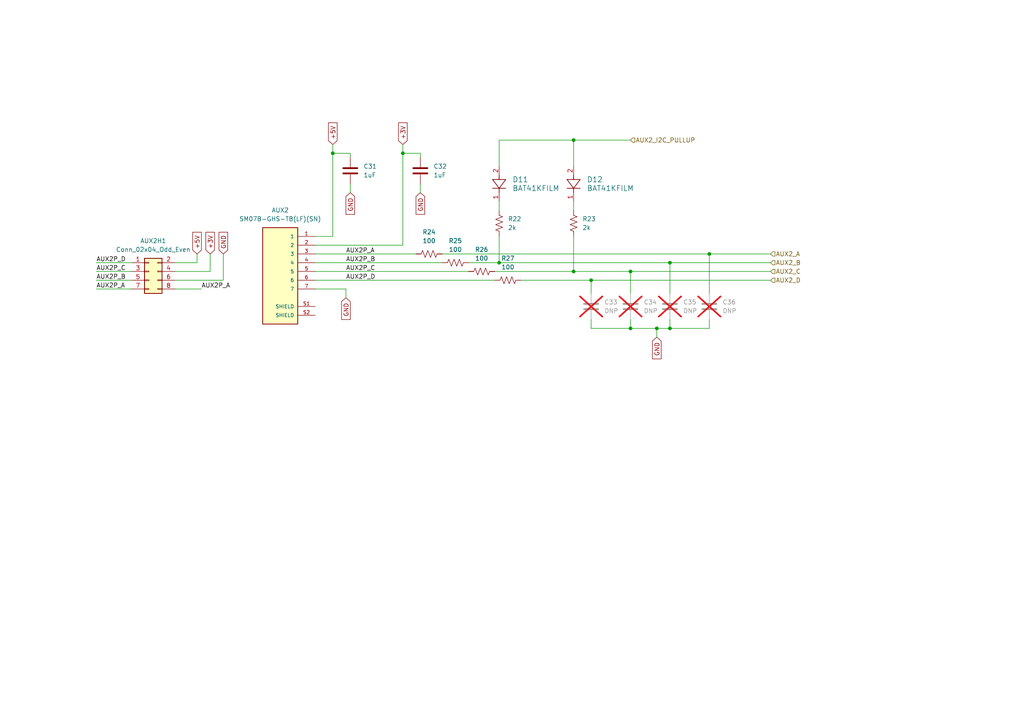
<source format=kicad_sch>
(kicad_sch (version 20230121) (generator eeschema)

  (uuid 70ca5df5-c0a3-44e4-9cb8-9595daa039e9)

  (paper "A4")

  (title_block
    (title "moteus-c1")
    (rev "1.1")
  )

  (lib_symbols
    (symbol "Connector_Generic:Conn_02x04_Odd_Even" (pin_names (offset 1.016) hide) (in_bom yes) (on_board yes)
      (property "Reference" "J" (at 1.27 5.08 0)
        (effects (font (size 1.27 1.27)))
      )
      (property "Value" "Conn_02x04_Odd_Even" (at 1.27 -7.62 0)
        (effects (font (size 1.27 1.27)))
      )
      (property "Footprint" "" (at 0 0 0)
        (effects (font (size 1.27 1.27)) hide)
      )
      (property "Datasheet" "~" (at 0 0 0)
        (effects (font (size 1.27 1.27)) hide)
      )
      (property "ki_keywords" "connector" (at 0 0 0)
        (effects (font (size 1.27 1.27)) hide)
      )
      (property "ki_description" "Generic connector, double row, 02x04, odd/even pin numbering scheme (row 1 odd numbers, row 2 even numbers), script generated (kicad-library-utils/schlib/autogen/connector/)" (at 0 0 0)
        (effects (font (size 1.27 1.27)) hide)
      )
      (property "ki_fp_filters" "Connector*:*_2x??_*" (at 0 0 0)
        (effects (font (size 1.27 1.27)) hide)
      )
      (symbol "Conn_02x04_Odd_Even_1_1"
        (rectangle (start -1.27 -4.953) (end 0 -5.207)
          (stroke (width 0.1524) (type default))
          (fill (type none))
        )
        (rectangle (start -1.27 -2.413) (end 0 -2.667)
          (stroke (width 0.1524) (type default))
          (fill (type none))
        )
        (rectangle (start -1.27 0.127) (end 0 -0.127)
          (stroke (width 0.1524) (type default))
          (fill (type none))
        )
        (rectangle (start -1.27 2.667) (end 0 2.413)
          (stroke (width 0.1524) (type default))
          (fill (type none))
        )
        (rectangle (start -1.27 3.81) (end 3.81 -6.35)
          (stroke (width 0.254) (type default))
          (fill (type background))
        )
        (rectangle (start 3.81 -4.953) (end 2.54 -5.207)
          (stroke (width 0.1524) (type default))
          (fill (type none))
        )
        (rectangle (start 3.81 -2.413) (end 2.54 -2.667)
          (stroke (width 0.1524) (type default))
          (fill (type none))
        )
        (rectangle (start 3.81 0.127) (end 2.54 -0.127)
          (stroke (width 0.1524) (type default))
          (fill (type none))
        )
        (rectangle (start 3.81 2.667) (end 2.54 2.413)
          (stroke (width 0.1524) (type default))
          (fill (type none))
        )
        (pin passive line (at -5.08 2.54 0) (length 3.81)
          (name "Pin_1" (effects (font (size 1.27 1.27))))
          (number "1" (effects (font (size 1.27 1.27))))
        )
        (pin passive line (at 7.62 2.54 180) (length 3.81)
          (name "Pin_2" (effects (font (size 1.27 1.27))))
          (number "2" (effects (font (size 1.27 1.27))))
        )
        (pin passive line (at -5.08 0 0) (length 3.81)
          (name "Pin_3" (effects (font (size 1.27 1.27))))
          (number "3" (effects (font (size 1.27 1.27))))
        )
        (pin passive line (at 7.62 0 180) (length 3.81)
          (name "Pin_4" (effects (font (size 1.27 1.27))))
          (number "4" (effects (font (size 1.27 1.27))))
        )
        (pin passive line (at -5.08 -2.54 0) (length 3.81)
          (name "Pin_5" (effects (font (size 1.27 1.27))))
          (number "5" (effects (font (size 1.27 1.27))))
        )
        (pin passive line (at 7.62 -2.54 180) (length 3.81)
          (name "Pin_6" (effects (font (size 1.27 1.27))))
          (number "6" (effects (font (size 1.27 1.27))))
        )
        (pin passive line (at -5.08 -5.08 0) (length 3.81)
          (name "Pin_7" (effects (font (size 1.27 1.27))))
          (number "7" (effects (font (size 1.27 1.27))))
        )
        (pin passive line (at 7.62 -5.08 180) (length 3.81)
          (name "Pin_8" (effects (font (size 1.27 1.27))))
          (number "8" (effects (font (size 1.27 1.27))))
        )
      )
    )
    (symbol "Device:C" (pin_numbers hide) (pin_names (offset 0.254)) (in_bom yes) (on_board yes)
      (property "Reference" "C" (at 0.635 2.54 0)
        (effects (font (size 1.27 1.27)) (justify left))
      )
      (property "Value" "C" (at 0.635 -2.54 0)
        (effects (font (size 1.27 1.27)) (justify left))
      )
      (property "Footprint" "" (at 0.9652 -3.81 0)
        (effects (font (size 1.27 1.27)) hide)
      )
      (property "Datasheet" "~" (at 0 0 0)
        (effects (font (size 1.27 1.27)) hide)
      )
      (property "ki_keywords" "cap capacitor" (at 0 0 0)
        (effects (font (size 1.27 1.27)) hide)
      )
      (property "ki_description" "Unpolarized capacitor" (at 0 0 0)
        (effects (font (size 1.27 1.27)) hide)
      )
      (property "ki_fp_filters" "C_*" (at 0 0 0)
        (effects (font (size 1.27 1.27)) hide)
      )
      (symbol "C_0_1"
        (polyline
          (pts
            (xy -2.032 -0.762)
            (xy 2.032 -0.762)
          )
          (stroke (width 0.508) (type default))
          (fill (type none))
        )
        (polyline
          (pts
            (xy -2.032 0.762)
            (xy 2.032 0.762)
          )
          (stroke (width 0.508) (type default))
          (fill (type none))
        )
      )
      (symbol "C_1_1"
        (pin passive line (at 0 3.81 270) (length 2.794)
          (name "~" (effects (font (size 1.27 1.27))))
          (number "1" (effects (font (size 1.27 1.27))))
        )
        (pin passive line (at 0 -3.81 90) (length 2.794)
          (name "~" (effects (font (size 1.27 1.27))))
          (number "2" (effects (font (size 1.27 1.27))))
        )
      )
    )
    (symbol "Device:R_US" (pin_numbers hide) (pin_names (offset 0)) (in_bom yes) (on_board yes)
      (property "Reference" "R" (at 2.54 0 90)
        (effects (font (size 1.27 1.27)))
      )
      (property "Value" "R_US" (at -2.54 0 90)
        (effects (font (size 1.27 1.27)))
      )
      (property "Footprint" "" (at 1.016 -0.254 90)
        (effects (font (size 1.27 1.27)) hide)
      )
      (property "Datasheet" "~" (at 0 0 0)
        (effects (font (size 1.27 1.27)) hide)
      )
      (property "ki_keywords" "R res resistor" (at 0 0 0)
        (effects (font (size 1.27 1.27)) hide)
      )
      (property "ki_description" "Resistor, US symbol" (at 0 0 0)
        (effects (font (size 1.27 1.27)) hide)
      )
      (property "ki_fp_filters" "R_*" (at 0 0 0)
        (effects (font (size 1.27 1.27)) hide)
      )
      (symbol "R_US_0_1"
        (polyline
          (pts
            (xy 0 -2.286)
            (xy 0 -2.54)
          )
          (stroke (width 0) (type default))
          (fill (type none))
        )
        (polyline
          (pts
            (xy 0 2.286)
            (xy 0 2.54)
          )
          (stroke (width 0) (type default))
          (fill (type none))
        )
        (polyline
          (pts
            (xy 0 -0.762)
            (xy 1.016 -1.143)
            (xy 0 -1.524)
            (xy -1.016 -1.905)
            (xy 0 -2.286)
          )
          (stroke (width 0) (type default))
          (fill (type none))
        )
        (polyline
          (pts
            (xy 0 0.762)
            (xy 1.016 0.381)
            (xy 0 0)
            (xy -1.016 -0.381)
            (xy 0 -0.762)
          )
          (stroke (width 0) (type default))
          (fill (type none))
        )
        (polyline
          (pts
            (xy 0 2.286)
            (xy 1.016 1.905)
            (xy 0 1.524)
            (xy -1.016 1.143)
            (xy 0 0.762)
          )
          (stroke (width 0) (type default))
          (fill (type none))
        )
      )
      (symbol "R_US_1_1"
        (pin passive line (at 0 3.81 270) (length 1.27)
          (name "~" (effects (font (size 1.27 1.27))))
          (number "1" (effects (font (size 1.27 1.27))))
        )
        (pin passive line (at 0 -3.81 90) (length 1.27)
          (name "~" (effects (font (size 1.27 1.27))))
          (number "2" (effects (font (size 1.27 1.27))))
        )
      )
    )
    (symbol "moteus:BAT41KFILM" (pin_names (offset 0.254)) (in_bom yes) (on_board yes)
      (property "Reference" "CR" (at 5.08 4.445 0)
        (effects (font (size 1.524 1.524)))
      )
      (property "Value" "BAT41KFILM" (at 5.08 -3.81 0)
        (effects (font (size 1.524 1.524)))
      )
      (property "Footprint" "SOD-523_STM" (at 0 0 0)
        (effects (font (size 1.27 1.27) italic) hide)
      )
      (property "Datasheet" "BAT41KFILM" (at 0 0 0)
        (effects (font (size 1.27 1.27) italic) hide)
      )
      (property "ki_locked" "" (at 0 0 0)
        (effects (font (size 1.27 1.27)))
      )
      (property "ki_keywords" "BAT41KFILM" (at 0 0 0)
        (effects (font (size 1.27 1.27)) hide)
      )
      (property "ki_fp_filters" "SOD-523_STM SOD-523_STM-M SOD-523_STM-L" (at 0 0 0)
        (effects (font (size 1.27 1.27)) hide)
      )
      (symbol "BAT41KFILM_1_1"
        (polyline
          (pts
            (xy 2.54 0)
            (xy 3.4798 0)
          )
          (stroke (width 0.2032) (type default))
          (fill (type none))
        )
        (polyline
          (pts
            (xy 3.175 0)
            (xy 3.81 0)
          )
          (stroke (width 0.2032) (type default))
          (fill (type none))
        )
        (polyline
          (pts
            (xy 3.81 -1.905)
            (xy 6.35 0)
          )
          (stroke (width 0.2032) (type default))
          (fill (type none))
        )
        (polyline
          (pts
            (xy 3.81 1.905)
            (xy 3.81 -1.905)
          )
          (stroke (width 0.2032) (type default))
          (fill (type none))
        )
        (polyline
          (pts
            (xy 6.35 -1.905)
            (xy 6.35 1.905)
          )
          (stroke (width 0.2032) (type default))
          (fill (type none))
        )
        (polyline
          (pts
            (xy 6.35 0)
            (xy 3.81 1.905)
          )
          (stroke (width 0.2032) (type default))
          (fill (type none))
        )
        (polyline
          (pts
            (xy 6.35 0)
            (xy 7.62 0)
          )
          (stroke (width 0.2032) (type default))
          (fill (type none))
        )
        (pin unspecified line (at 10.16 0 180) (length 2.54)
          (name "" (effects (font (size 1.27 1.27))))
          (number "1" (effects (font (size 1.27 1.27))))
        )
        (pin unspecified line (at 0 0 0) (length 2.54)
          (name "" (effects (font (size 1.27 1.27))))
          (number "2" (effects (font (size 1.27 1.27))))
        )
      )
      (symbol "BAT41KFILM_1_2"
        (polyline
          (pts
            (xy -1.905 3.81)
            (xy 1.905 3.81)
          )
          (stroke (width 0.2032) (type default))
          (fill (type none))
        )
        (polyline
          (pts
            (xy 0 2.54)
            (xy 0 3.4798)
          )
          (stroke (width 0.2032) (type default))
          (fill (type none))
        )
        (polyline
          (pts
            (xy 0 3.175)
            (xy 0 3.81)
          )
          (stroke (width 0.2032) (type default))
          (fill (type none))
        )
        (polyline
          (pts
            (xy 0 6.35)
            (xy -1.905 3.81)
          )
          (stroke (width 0.2032) (type default))
          (fill (type none))
        )
        (polyline
          (pts
            (xy 0 6.35)
            (xy 0 7.62)
          )
          (stroke (width 0.2032) (type default))
          (fill (type none))
        )
        (polyline
          (pts
            (xy 1.905 3.81)
            (xy 0 6.35)
          )
          (stroke (width 0.2032) (type default))
          (fill (type none))
        )
        (polyline
          (pts
            (xy 1.905 6.35)
            (xy -1.905 6.35)
          )
          (stroke (width 0.2032) (type default))
          (fill (type none))
        )
        (pin unspecified line (at 0 10.16 270) (length 2.54)
          (name "" (effects (font (size 1.27 1.27))))
          (number "1" (effects (font (size 1.27 1.27))))
        )
        (pin unspecified line (at 0 0 90) (length 2.54)
          (name "" (effects (font (size 1.27 1.27))))
          (number "2" (effects (font (size 1.27 1.27))))
        )
      )
    )
    (symbol "moteus:SM07B-GHS-TB(LF)(SN)" (pin_names (offset 1.016)) (in_bom yes) (on_board yes)
      (property "Reference" "J" (at -5.0839 13.2182 0)
        (effects (font (size 1.27 1.27)) (justify left bottom))
      )
      (property "Value" "SM07B-GHS-TB(LF)(SN)" (at -5.08 -17.78 0)
        (effects (font (size 1.27 1.27)) (justify left bottom))
      )
      (property "Footprint" "SM07B-GHS-TB(LF)(SN):JST_SM07B-GHS-TB(LF)(SN)" (at -25.4 25.4 0)
        (effects (font (size 1.27 1.27)) (justify bottom) hide)
      )
      (property "Datasheet" "" (at 0 0 0)
        (effects (font (size 1.27 1.27)) hide)
      )
      (property "DigiKey_Part_Number" "" (at 0 0 0)
        (effects (font (size 1.27 1.27)) (justify bottom) hide)
      )
      (property "SnapEDA_Link" "https://www.snapeda.com/parts/SM07B-GHS-TB(LF)(SN)/JST+Sales+America+Inc./view-part/?ref=snap" (at 0 16.51 0)
        (effects (font (size 1.27 1.27)) (justify bottom) hide)
      )
      (property "Description" "\nConnector Header Surface Mount, Right Angle 7 position 0.049 (1.25mm)\n" (at -15.24 22.86 0)
        (effects (font (size 1.27 1.27)) (justify bottom) hide)
      )
      (property "Package" "None" (at -48.26 33.02 0)
        (effects (font (size 1.27 1.27)) (justify bottom) hide)
      )
      (property "Check_prices" "https://www.snapeda.com/parts/SM07B-GHS-TB(LF)(SN)/JST+Sales+America+Inc./view-part/?ref=eda" (at 0 19.05 0)
        (effects (font (size 1.27 1.27)) (justify bottom) hide)
      )
      (property "STANDARD" "MANUFACTURER STANDARD" (at -38.1 27.94 0)
        (effects (font (size 1.27 1.27)) (justify bottom) hide)
      )
      (property "PARTREV" "NA" (at 0 0 0)
        (effects (font (size 1.27 1.27)) (justify bottom) hide)
      )
      (property "MF" "JST Sales" (at -45.72 35.56 0)
        (effects (font (size 1.27 1.27)) (justify bottom) hide)
      )
      (property "MP" "SM07B-GHS-TB(LF)(SN)" (at -38.1 30.48 0)
        (effects (font (size 1.27 1.27)) (justify bottom) hide)
      )
      (property "MANUFACTURER" "JST" (at 0 0 0)
        (effects (font (size 1.27 1.27)) (justify bottom) hide)
      )
      (symbol "SM07B-GHS-TB(LF)(SN)_0_0"
        (rectangle (start -5.08 12.7) (end 5.08 -15.24)
          (stroke (width 0.254) (type default))
          (fill (type background))
        )
        (pin passive line (at 10.16 10.16 180) (length 5.08)
          (name "1" (effects (font (size 1.016 1.016))))
          (number "1" (effects (font (size 1.016 1.016))))
        )
        (pin passive line (at 10.16 7.62 180) (length 5.08)
          (name "2" (effects (font (size 1.016 1.016))))
          (number "2" (effects (font (size 1.016 1.016))))
        )
        (pin passive line (at 10.16 5.08 180) (length 5.08)
          (name "3" (effects (font (size 1.016 1.016))))
          (number "3" (effects (font (size 1.016 1.016))))
        )
        (pin passive line (at 10.16 2.54 180) (length 5.08)
          (name "4" (effects (font (size 1.016 1.016))))
          (number "4" (effects (font (size 1.016 1.016))))
        )
        (pin passive line (at 10.16 0 180) (length 5.08)
          (name "5" (effects (font (size 1.016 1.016))))
          (number "5" (effects (font (size 1.016 1.016))))
        )
        (pin passive line (at 10.16 -2.54 180) (length 5.08)
          (name "6" (effects (font (size 1.016 1.016))))
          (number "6" (effects (font (size 1.016 1.016))))
        )
        (pin passive line (at 10.16 -5.08 180) (length 5.08)
          (name "7" (effects (font (size 1.016 1.016))))
          (number "7" (effects (font (size 1.016 1.016))))
        )
        (pin power_in line (at 10.16 -10.16 180) (length 5.08)
          (name "SHIELD" (effects (font (size 1.016 1.016))))
          (number "S1" (effects (font (size 1.016 1.016))))
        )
        (pin power_in line (at 10.16 -12.7 180) (length 5.08)
          (name "SHIELD" (effects (font (size 1.016 1.016))))
          (number "S2" (effects (font (size 1.016 1.016))))
        )
      )
    )
  )

  (junction (at 182.88 78.74) (diameter 0) (color 0 0 0 0)
    (uuid 03dcab6d-a713-4e5e-b104-ba308d4ba5b9)
  )
  (junction (at 144.78 76.2) (diameter 0) (color 0 0 0 0)
    (uuid 1ac3d72a-041c-436c-97e0-8329b0106042)
  )
  (junction (at 190.5 95.25) (diameter 0) (color 0 0 0 0)
    (uuid 370ad447-ffd0-4cab-ba24-998e028fae6a)
  )
  (junction (at 166.37 40.64) (diameter 0) (color 0 0 0 0)
    (uuid 3e805b1b-333d-43af-b787-a47a80d352cf)
  )
  (junction (at 96.52 44.45) (diameter 0) (color 0 0 0 0)
    (uuid 4059e49f-24d9-41fb-98aa-b15bf879a51c)
  )
  (junction (at 166.37 78.74) (diameter 0) (color 0 0 0 0)
    (uuid 47b55957-f248-470f-96e2-e93d460014a9)
  )
  (junction (at 171.45 81.28) (diameter 0) (color 0 0 0 0)
    (uuid 82827700-23bd-4140-9719-fee767230936)
  )
  (junction (at 194.31 95.25) (diameter 0) (color 0 0 0 0)
    (uuid 986ee1ca-1a77-4a6e-9235-e52b39dea724)
  )
  (junction (at 116.84 44.45) (diameter 0) (color 0 0 0 0)
    (uuid a7287cb2-08cc-4531-bf79-63bc92a93842)
  )
  (junction (at 182.88 95.25) (diameter 0) (color 0 0 0 0)
    (uuid d537d25e-035e-4f99-bcac-e7fd38efc862)
  )
  (junction (at 205.74 73.66) (diameter 0) (color 0 0 0 0)
    (uuid dc56bf98-6d05-4708-939a-2da3dcc14c26)
  )
  (junction (at 194.31 76.2) (diameter 0) (color 0 0 0 0)
    (uuid ea46a8a5-ccd2-4311-9231-4970edf4fb22)
  )

  (wire (pts (xy 116.84 71.12) (xy 91.44 71.12))
    (stroke (width 0) (type default))
    (uuid 005558b8-a5af-480f-a2b1-9f937c85f2c5)
  )
  (wire (pts (xy 27.94 81.28) (xy 38.1 81.28))
    (stroke (width 0) (type default))
    (uuid 00724aea-13e2-4ed7-a5e9-8933a6f5461e)
  )
  (wire (pts (xy 116.84 44.45) (xy 121.92 44.45))
    (stroke (width 0) (type default))
    (uuid 020e800a-b480-42e6-bac1-236447c51b38)
  )
  (wire (pts (xy 27.94 76.2) (xy 38.1 76.2))
    (stroke (width 0) (type default))
    (uuid 02489a5f-0deb-4c97-a3d3-39dcab685a12)
  )
  (wire (pts (xy 50.8 78.74) (xy 60.96 78.74))
    (stroke (width 0) (type default))
    (uuid 037032c3-fe94-497d-bdd9-abc6d5d43e23)
  )
  (wire (pts (xy 101.6 44.45) (xy 101.6 45.72))
    (stroke (width 0) (type default))
    (uuid 0408ebb5-3a3b-4f7a-a590-a16920f3ce9b)
  )
  (wire (pts (xy 151.13 81.28) (xy 171.45 81.28))
    (stroke (width 0) (type default))
    (uuid 05cd9eeb-83c0-42a3-abfe-391d5623107a)
  )
  (wire (pts (xy 182.88 92.71) (xy 182.88 95.25))
    (stroke (width 0) (type default))
    (uuid 0e35b780-2c70-4644-b9e9-4f013da2db43)
  )
  (wire (pts (xy 96.52 44.45) (xy 96.52 68.58))
    (stroke (width 0) (type default))
    (uuid 1163d21b-35fc-465f-8596-6ab4494770b4)
  )
  (wire (pts (xy 144.78 76.2) (xy 194.31 76.2))
    (stroke (width 0) (type default))
    (uuid 1520eaf5-438e-4fa0-a5af-862f64e58cbc)
  )
  (wire (pts (xy 182.88 78.74) (xy 223.52 78.74))
    (stroke (width 0) (type default))
    (uuid 15e99e13-ab73-4bb4-a839-45801b121981)
  )
  (wire (pts (xy 50.8 83.82) (xy 58.42 83.82))
    (stroke (width 0) (type default))
    (uuid 280c9efe-46ca-4260-aaf9-1fedf232d1c7)
  )
  (wire (pts (xy 171.45 81.28) (xy 171.45 85.09))
    (stroke (width 0) (type default))
    (uuid 283641bb-91aa-4db3-9b50-c9d4b95c3c33)
  )
  (wire (pts (xy 205.74 73.66) (xy 205.74 85.09))
    (stroke (width 0) (type default))
    (uuid 29b09b97-bba7-4da4-a552-3c89dcc853b4)
  )
  (wire (pts (xy 60.96 78.74) (xy 60.96 73.66))
    (stroke (width 0) (type default))
    (uuid 2ea8f75c-174c-4165-a739-c1fa6e13ba24)
  )
  (wire (pts (xy 166.37 40.64) (xy 166.37 48.26))
    (stroke (width 0) (type default))
    (uuid 3190848a-3548-42f7-9074-3031e249feaa)
  )
  (wire (pts (xy 101.6 53.34) (xy 101.6 55.88))
    (stroke (width 0) (type default))
    (uuid 32d8ddf8-6527-4028-8040-26f4360109dc)
  )
  (wire (pts (xy 194.31 95.25) (xy 194.31 92.71))
    (stroke (width 0) (type default))
    (uuid 4306fae0-a070-4050-a3bc-bc3d6a7ec17b)
  )
  (wire (pts (xy 27.94 78.74) (xy 38.1 78.74))
    (stroke (width 0) (type default))
    (uuid 48f2d03e-9427-4035-8872-52d67b164838)
  )
  (wire (pts (xy 91.44 81.28) (xy 143.51 81.28))
    (stroke (width 0) (type default))
    (uuid 4d8aeb94-cc15-458b-b237-8d9de48861e8)
  )
  (wire (pts (xy 182.88 78.74) (xy 182.88 85.09))
    (stroke (width 0) (type default))
    (uuid 55601ef9-b4ac-4c2d-af06-5ca2e096b7c5)
  )
  (wire (pts (xy 166.37 68.58) (xy 166.37 78.74))
    (stroke (width 0) (type default))
    (uuid 5c86c7bc-06e0-4644-b25f-821dc70e06bc)
  )
  (wire (pts (xy 96.52 44.45) (xy 101.6 44.45))
    (stroke (width 0) (type default))
    (uuid 610531f6-92bc-435e-95a3-3514c7398752)
  )
  (wire (pts (xy 194.31 76.2) (xy 223.52 76.2))
    (stroke (width 0) (type default))
    (uuid 646a3fe5-3bfe-4c36-be71-7ac317c50d4a)
  )
  (wire (pts (xy 91.44 73.66) (xy 120.65 73.66))
    (stroke (width 0) (type default))
    (uuid 691800a9-72c5-4397-9ee2-49b19c507d29)
  )
  (wire (pts (xy 91.44 76.2) (xy 128.27 76.2))
    (stroke (width 0) (type default))
    (uuid 6ce8d76d-3d36-4a2c-94f0-cec429a63301)
  )
  (wire (pts (xy 128.27 73.66) (xy 205.74 73.66))
    (stroke (width 0) (type default))
    (uuid 77bdf71b-ec7f-47c1-9e1e-3f585c1c7bb8)
  )
  (wire (pts (xy 64.77 81.28) (xy 64.77 73.66))
    (stroke (width 0) (type default))
    (uuid 7fb6f156-fc29-41db-8273-4b6c5c630855)
  )
  (wire (pts (xy 96.52 41.91) (xy 96.52 44.45))
    (stroke (width 0) (type default))
    (uuid 8c474801-c5bb-4b24-b6ca-79c378fd9df2)
  )
  (wire (pts (xy 205.74 73.66) (xy 223.52 73.66))
    (stroke (width 0) (type default))
    (uuid 8db7a081-03b8-4ef7-9971-75b31614f65d)
  )
  (wire (pts (xy 166.37 78.74) (xy 182.88 78.74))
    (stroke (width 0) (type default))
    (uuid 8e066176-31e0-4670-a6c8-e676e9d5b56e)
  )
  (wire (pts (xy 96.52 68.58) (xy 91.44 68.58))
    (stroke (width 0) (type default))
    (uuid 9811cae7-5eb9-4ae7-8b51-7e088d797bf5)
  )
  (wire (pts (xy 205.74 95.25) (xy 205.74 92.71))
    (stroke (width 0) (type default))
    (uuid 98e1b0da-4ab8-48ab-853c-475cce404289)
  )
  (wire (pts (xy 50.8 81.28) (xy 64.77 81.28))
    (stroke (width 0) (type default))
    (uuid a2fe1cba-d869-460c-935c-b17af26cce3d)
  )
  (wire (pts (xy 135.89 76.2) (xy 144.78 76.2))
    (stroke (width 0) (type default))
    (uuid a5b6451e-7a35-4663-bbbb-12bc9b635345)
  )
  (wire (pts (xy 190.5 95.25) (xy 190.5 97.79))
    (stroke (width 0) (type default))
    (uuid ab343d6e-b2e3-4ac4-b877-bb58b7a3ca39)
  )
  (wire (pts (xy 100.33 83.82) (xy 100.33 86.36))
    (stroke (width 0) (type default))
    (uuid ac59ed1b-ccaa-4192-80e5-758f8750f4dc)
  )
  (wire (pts (xy 27.94 83.82) (xy 38.1 83.82))
    (stroke (width 0) (type default))
    (uuid b2ec6b24-6ff2-4e4b-bf83-91d449e2a5f7)
  )
  (wire (pts (xy 171.45 92.71) (xy 171.45 95.25))
    (stroke (width 0) (type default))
    (uuid b86b6dbc-92b3-4e0a-ad20-1c970a2f3d39)
  )
  (wire (pts (xy 166.37 40.64) (xy 144.78 40.64))
    (stroke (width 0) (type default))
    (uuid b871aa49-ad2b-4776-bd6c-444c292c7cbf)
  )
  (wire (pts (xy 91.44 78.74) (xy 135.89 78.74))
    (stroke (width 0) (type default))
    (uuid bc2a32bf-4de9-4781-93ac-5fbf4df23e3c)
  )
  (wire (pts (xy 144.78 68.58) (xy 144.78 76.2))
    (stroke (width 0) (type default))
    (uuid bcf89d39-037b-4314-a51c-20b334a454a0)
  )
  (wire (pts (xy 144.78 58.42) (xy 144.78 60.96))
    (stroke (width 0) (type default))
    (uuid be2c86e9-802d-4fe6-8a64-86a1c030af22)
  )
  (wire (pts (xy 166.37 58.42) (xy 166.37 60.96))
    (stroke (width 0) (type default))
    (uuid c11cbd73-b11d-48c4-93d9-1e60db78a405)
  )
  (wire (pts (xy 121.92 44.45) (xy 121.92 45.72))
    (stroke (width 0) (type default))
    (uuid c727aeee-0682-43c7-aef7-7599b4c8d740)
  )
  (wire (pts (xy 171.45 95.25) (xy 182.88 95.25))
    (stroke (width 0) (type default))
    (uuid ca7dd404-2a5c-4a7d-9c0c-41a7036de12d)
  )
  (wire (pts (xy 182.88 40.64) (xy 166.37 40.64))
    (stroke (width 0) (type default))
    (uuid cae740df-3ff5-4c38-ac6b-55c1b1c836a0)
  )
  (wire (pts (xy 144.78 40.64) (xy 144.78 48.26))
    (stroke (width 0) (type default))
    (uuid cb489beb-087a-4fa9-9f33-fcc0e2b5eb5d)
  )
  (wire (pts (xy 57.15 76.2) (xy 57.15 73.66))
    (stroke (width 0) (type default))
    (uuid cc5aefcb-228a-4201-a546-735001b0de90)
  )
  (wire (pts (xy 50.8 76.2) (xy 57.15 76.2))
    (stroke (width 0) (type default))
    (uuid d06550a8-1801-47c3-88e5-1425e12e40f4)
  )
  (wire (pts (xy 190.5 95.25) (xy 194.31 95.25))
    (stroke (width 0) (type default))
    (uuid d0fdec09-3e1d-4eba-91ac-3787c214171d)
  )
  (wire (pts (xy 143.51 78.74) (xy 166.37 78.74))
    (stroke (width 0) (type default))
    (uuid d11aea54-671b-49ab-aca5-b51d73fe0e3d)
  )
  (wire (pts (xy 194.31 95.25) (xy 205.74 95.25))
    (stroke (width 0) (type default))
    (uuid d4419b04-1f64-4cf0-96d4-2fc43797a2bf)
  )
  (wire (pts (xy 171.45 81.28) (xy 223.52 81.28))
    (stroke (width 0) (type default))
    (uuid d51c4990-77b9-4aff-8249-d65fa4de37ba)
  )
  (wire (pts (xy 116.84 41.91) (xy 116.84 44.45))
    (stroke (width 0) (type default))
    (uuid dd00e14c-650f-4906-89ca-9cb251ce8cb0)
  )
  (wire (pts (xy 194.31 76.2) (xy 194.31 85.09))
    (stroke (width 0) (type default))
    (uuid e21e0a6c-b9ba-42a4-87c9-1c8d0c5ab06a)
  )
  (wire (pts (xy 116.84 44.45) (xy 116.84 71.12))
    (stroke (width 0) (type default))
    (uuid ec043549-b639-426e-96f6-cc204886764a)
  )
  (wire (pts (xy 182.88 95.25) (xy 190.5 95.25))
    (stroke (width 0) (type default))
    (uuid ec6115f0-98f2-40a5-b3eb-cf868e7da83c)
  )
  (wire (pts (xy 91.44 83.82) (xy 100.33 83.82))
    (stroke (width 0) (type default))
    (uuid f96725cd-1613-4295-b243-d8049ad9af92)
  )
  (wire (pts (xy 121.92 53.34) (xy 121.92 55.88))
    (stroke (width 0) (type default))
    (uuid f9de71fb-daa1-40da-b120-6c842c90a616)
  )

  (label "AUX2P_A" (at 100.33 73.66 0) (fields_autoplaced)
    (effects (font (size 1.27 1.27)) (justify left bottom))
    (uuid 07fb8ee7-ebbf-447b-9ce6-28dbe8df13b9)
  )
  (label "AUX2P_C" (at 100.33 78.74 0) (fields_autoplaced)
    (effects (font (size 1.27 1.27)) (justify left bottom))
    (uuid 082ad1ec-6216-42f7-a515-65d6a81d243c)
  )
  (label "AUX2P_B" (at 27.94 81.28 0) (fields_autoplaced)
    (effects (font (size 1.27 1.27)) (justify left bottom))
    (uuid 2f5724f1-1b1a-4b21-b269-d951e19b90e0)
  )
  (label "AUX2P_B" (at 100.33 76.2 0) (fields_autoplaced)
    (effects (font (size 1.27 1.27)) (justify left bottom))
    (uuid 35b5e6b5-f551-468f-9174-02c3158d95f8)
  )
  (label "AUX2P_A" (at 27.94 83.82 0) (fields_autoplaced)
    (effects (font (size 1.27 1.27)) (justify left bottom))
    (uuid 67623cff-c33e-45ae-9be5-becf9cc3829a)
  )
  (label "AUX2P_D" (at 27.94 76.2 0) (fields_autoplaced)
    (effects (font (size 1.27 1.27)) (justify left bottom))
    (uuid 6bfb8332-db1b-4244-82b5-b50d57e4b782)
  )
  (label "AUX2P_C" (at 27.94 78.74 0) (fields_autoplaced)
    (effects (font (size 1.27 1.27)) (justify left bottom))
    (uuid cd4cbe6c-d887-48bb-9916-1627af741c30)
  )
  (label "AUX2P_A" (at 58.42 83.82 0) (fields_autoplaced)
    (effects (font (size 1.27 1.27)) (justify left bottom))
    (uuid ecc5d155-2710-436d-99e6-5f41e58a9308)
  )
  (label "AUX2P_D" (at 100.33 81.28 0) (fields_autoplaced)
    (effects (font (size 1.27 1.27)) (justify left bottom))
    (uuid f1765b4f-43e3-44b7-998e-f320392af596)
  )

  (global_label "+5V" (shape input) (at 96.52 41.91 90) (fields_autoplaced)
    (effects (font (size 1.27 1.27)) (justify left))
    (uuid 18a36f45-996e-44a7-becf-4ecd22cbb172)
    (property "Intersheetrefs" "${INTERSHEET_REFS}" (at 96.52 35.0543 90)
      (effects (font (size 1.27 1.27)) (justify left) hide)
    )
  )
  (global_label "GND" (shape input) (at 101.6 55.88 270) (fields_autoplaced)
    (effects (font (size 1.27 1.27)) (justify right))
    (uuid 3023d085-2d52-4ea8-ad54-ad9bb00970e6)
    (property "Intersheetrefs" "${INTERSHEET_REFS}" (at 101.6 62.7357 90)
      (effects (font (size 1.27 1.27)) (justify right) hide)
    )
  )
  (global_label "+5V" (shape input) (at 57.15 73.66 90) (fields_autoplaced)
    (effects (font (size 1.27 1.27)) (justify left))
    (uuid 4c814c2a-6020-4e12-bbd3-0bdfd978f436)
    (property "Intersheetrefs" "${INTERSHEET_REFS}" (at 57.15 66.8043 90)
      (effects (font (size 1.27 1.27)) (justify left) hide)
    )
  )
  (global_label "GND" (shape input) (at 190.5 97.79 270) (fields_autoplaced)
    (effects (font (size 1.27 1.27)) (justify right))
    (uuid 4f3b63b9-a41d-4370-9145-8cc3e3830ae8)
    (property "Intersheetrefs" "${INTERSHEET_REFS}" (at 190.5 104.6457 90)
      (effects (font (size 1.27 1.27)) (justify right) hide)
    )
  )
  (global_label "GND" (shape input) (at 64.77 73.66 90) (fields_autoplaced)
    (effects (font (size 1.27 1.27)) (justify left))
    (uuid 5b2d0ab2-a292-4b8f-b287-9b94e757dc83)
    (property "Intersheetrefs" "${INTERSHEET_REFS}" (at 64.77 66.8043 90)
      (effects (font (size 1.27 1.27)) (justify left) hide)
    )
  )
  (global_label "+3V" (shape input) (at 60.96 73.66 90) (fields_autoplaced)
    (effects (font (size 1.27 1.27)) (justify left))
    (uuid 61b15c5e-edf9-47dc-81bf-866c9fd77584)
    (property "Intersheetrefs" "${INTERSHEET_REFS}" (at 60.96 66.8043 90)
      (effects (font (size 1.27 1.27)) (justify left) hide)
    )
  )
  (global_label "GND" (shape input) (at 121.92 55.88 270) (fields_autoplaced)
    (effects (font (size 1.27 1.27)) (justify right))
    (uuid b149d237-7221-491f-8d63-5aa4dfb5d505)
    (property "Intersheetrefs" "${INTERSHEET_REFS}" (at 121.92 62.7357 90)
      (effects (font (size 1.27 1.27)) (justify right) hide)
    )
  )
  (global_label "GND" (shape input) (at 100.33 86.36 270) (fields_autoplaced)
    (effects (font (size 1.27 1.27)) (justify right))
    (uuid e1b227cd-ffaf-4fef-a2e8-29cd5e80af75)
    (property "Intersheetrefs" "${INTERSHEET_REFS}" (at 100.33 93.2157 90)
      (effects (font (size 1.27 1.27)) (justify right) hide)
    )
  )
  (global_label "+3V" (shape input) (at 116.84 41.91 90) (fields_autoplaced)
    (effects (font (size 1.27 1.27)) (justify left))
    (uuid ff5c7bc9-0361-41c2-8d2a-2ba68fa96bfc)
    (property "Intersheetrefs" "${INTERSHEET_REFS}" (at 116.84 35.0543 90)
      (effects (font (size 1.27 1.27)) (justify left) hide)
    )
  )

  (hierarchical_label "AUX2_D" (shape input) (at 223.52 81.28 0) (fields_autoplaced)
    (effects (font (size 1.27 1.27)) (justify left))
    (uuid 6fa75f1e-6fbb-496c-8fa9-5eda4defbfa8)
  )
  (hierarchical_label "AUX2_C" (shape input) (at 223.52 78.74 0) (fields_autoplaced)
    (effects (font (size 1.27 1.27)) (justify left))
    (uuid 94108975-c37f-4693-be4a-8c8afc3a1765)
  )
  (hierarchical_label "AUX2_I2C_PULLUP" (shape input) (at 182.88 40.64 0) (fields_autoplaced)
    (effects (font (size 1.27 1.27)) (justify left))
    (uuid 9e75ebf4-9a23-4a5a-b6e2-7d30ae3ff7d4)
  )
  (hierarchical_label "AUX2_B" (shape input) (at 223.52 76.2 0) (fields_autoplaced)
    (effects (font (size 1.27 1.27)) (justify left))
    (uuid ddf8ae45-8a9f-4e18-a665-bff069001b39)
  )
  (hierarchical_label "AUX2_A" (shape input) (at 223.52 73.66 0) (fields_autoplaced)
    (effects (font (size 1.27 1.27)) (justify left))
    (uuid f5cead38-4a0b-4a8d-8839-ef4f79769eaf)
  )

  (symbol (lib_id "Device:R_US") (at 139.7 78.74 90) (unit 1)
    (in_bom yes) (on_board yes) (dnp no) (fields_autoplaced)
    (uuid 29e9ae49-9294-499d-a83b-0c525afbc9eb)
    (property "Reference" "R26" (at 139.7 72.39 90)
      (effects (font (size 1.27 1.27)))
    )
    (property "Value" "100" (at 139.7 74.93 90)
      (effects (font (size 1.27 1.27)))
    )
    (property "Footprint" "Resistor_SMD:R_0402_1005Metric" (at 139.954 77.724 90)
      (effects (font (size 1.27 1.27)) hide)
    )
    (property "Datasheet" "~" (at 139.7 78.74 0)
      (effects (font (size 1.27 1.27)) hide)
    )
    (property "MPN" "MF-RES-0402-100" (at 139.7 78.74 90)
      (effects (font (size 1.27 1.27)) hide)
    )
    (property "POPULATE" "1" (at 139.7 78.74 90)
      (effects (font (size 1.27 1.27)) hide)
    )
    (pin "1" (uuid 4119a78a-070b-433a-9f64-13ccf0fcc0f6))
    (pin "2" (uuid 50ad0395-16db-4754-9c63-11e79eacaf6b))
    (instances
      (project "moteus_c1"
        (path "/bd70986b-b0dc-4add-82aa-78459b97d0c4/acdbdec5-9b31-4472-ad9c-e25ff8f3815b"
          (reference "R26") (unit 1)
        )
      )
    )
  )

  (symbol (lib_id "Connector_Generic:Conn_02x04_Odd_Even") (at 43.18 78.74 0) (unit 1)
    (in_bom no) (on_board yes) (dnp no) (fields_autoplaced)
    (uuid 2bb4047d-aa27-4556-a2ed-52efd72b24e2)
    (property "Reference" "AUX2H1" (at 44.45 69.85 0)
      (effects (font (size 1.27 1.27)))
    )
    (property "Value" "Conn_02x04_Odd_Even" (at 44.45 72.39 0)
      (effects (font (size 1.27 1.27)))
    )
    (property "Footprint" "Connector_PinHeader_1.27mm:PinHeader_2x04_P1.27mm_Vertical" (at 43.18 78.74 0)
      (effects (font (size 1.27 1.27)) hide)
    )
    (property "Datasheet" "~" (at 43.18 78.74 0)
      (effects (font (size 1.27 1.27)) hide)
    )
    (property "POPULATE" "0" (at 43.18 78.74 0)
      (effects (font (size 1.27 1.27)) hide)
    )
    (pin "1" (uuid b0e1c93f-bdbd-4a4b-8883-96583aefbf8c))
    (pin "2" (uuid 6d7a01a7-bc30-4f86-b0e2-e4bb71f6ae3d))
    (pin "3" (uuid c8fa8815-ed26-414a-858f-941e3901397d))
    (pin "4" (uuid ed63a909-df2f-4caa-81c6-dad53b1eaaf2))
    (pin "5" (uuid 96eaa4c5-3563-45de-a7ec-5622911748bd))
    (pin "6" (uuid 0d0eb195-10c8-48e8-ad50-1f059e697ac8))
    (pin "7" (uuid cc5d6b8a-11d4-441e-9030-538aba1b9610))
    (pin "8" (uuid ce907e07-0242-4699-aebe-0b33ee438f53))
    (instances
      (project "moteus_c1"
        (path "/bd70986b-b0dc-4add-82aa-78459b97d0c4/acdbdec5-9b31-4472-ad9c-e25ff8f3815b"
          (reference "AUX2H1") (unit 1)
        )
      )
    )
  )

  (symbol (lib_id "Device:R_US") (at 147.32 81.28 90) (unit 1)
    (in_bom yes) (on_board yes) (dnp no) (fields_autoplaced)
    (uuid 38c77c9e-5107-41ec-a03f-0a7fd08f7d05)
    (property "Reference" "R27" (at 147.32 74.93 90)
      (effects (font (size 1.27 1.27)))
    )
    (property "Value" "100" (at 147.32 77.47 90)
      (effects (font (size 1.27 1.27)))
    )
    (property "Footprint" "Resistor_SMD:R_0402_1005Metric" (at 147.574 80.264 90)
      (effects (font (size 1.27 1.27)) hide)
    )
    (property "Datasheet" "~" (at 147.32 81.28 0)
      (effects (font (size 1.27 1.27)) hide)
    )
    (property "MPN" "MF-RES-0402-100" (at 147.32 81.28 90)
      (effects (font (size 1.27 1.27)) hide)
    )
    (property "POPULATE" "1" (at 147.32 81.28 90)
      (effects (font (size 1.27 1.27)) hide)
    )
    (pin "1" (uuid ba06c2b0-d43b-4bac-a573-9b9cbb765d09))
    (pin "2" (uuid ab29cabd-2875-4655-a0a2-a63ded8d8c54))
    (instances
      (project "moteus_c1"
        (path "/bd70986b-b0dc-4add-82aa-78459b97d0c4/acdbdec5-9b31-4472-ad9c-e25ff8f3815b"
          (reference "R27") (unit 1)
        )
      )
    )
  )

  (symbol (lib_id "Device:R_US") (at 166.37 64.77 0) (unit 1)
    (in_bom yes) (on_board yes) (dnp no) (fields_autoplaced)
    (uuid 4e5cecbd-5639-4c27-a321-62d5343b5565)
    (property "Reference" "R23" (at 168.91 63.5 0)
      (effects (font (size 1.27 1.27)) (justify left))
    )
    (property "Value" "2k" (at 168.91 66.04 0)
      (effects (font (size 1.27 1.27)) (justify left))
    )
    (property "Footprint" "Resistor_SMD:R_0402_1005Metric" (at 167.386 65.024 90)
      (effects (font (size 1.27 1.27)) hide)
    )
    (property "Datasheet" "~" (at 166.37 64.77 0)
      (effects (font (size 1.27 1.27)) hide)
    )
    (property "MPN" "MF-RES-0402-2K" (at 166.37 64.77 90)
      (effects (font (size 1.27 1.27)) hide)
    )
    (property "POPULATE" "1" (at 166.37 64.77 0)
      (effects (font (size 1.27 1.27)) hide)
    )
    (pin "1" (uuid 3397ffef-d317-447e-9512-628df72bd2b4))
    (pin "2" (uuid 58c94425-37b7-42d5-9db1-63b9d5a0e4d4))
    (instances
      (project "moteus_c1"
        (path "/bd70986b-b0dc-4add-82aa-78459b97d0c4/acdbdec5-9b31-4472-ad9c-e25ff8f3815b"
          (reference "R23") (unit 1)
        )
      )
    )
  )

  (symbol (lib_id "Device:C") (at 194.31 88.9 0) (unit 1)
    (in_bom yes) (on_board yes) (dnp yes) (fields_autoplaced)
    (uuid 5c730dd5-efbe-460d-aaaa-cb2ce009995f)
    (property "Reference" "C35" (at 198.12 87.63 0)
      (effects (font (size 1.27 1.27)) (justify left))
    )
    (property "Value" "DNP" (at 198.12 90.17 0)
      (effects (font (size 1.27 1.27)) (justify left))
    )
    (property "Footprint" "Capacitor_SMD:C_0402_1005Metric" (at 195.2752 92.71 0)
      (effects (font (size 1.27 1.27)) hide)
    )
    (property "Datasheet" "~" (at 194.31 88.9 0)
      (effects (font (size 1.27 1.27)) hide)
    )
    (property "MPN" "" (at 194.31 88.9 0)
      (effects (font (size 1.27 1.27)) hide)
    )
    (property "POPULATE" "0" (at 194.31 88.9 0)
      (effects (font (size 1.27 1.27)) hide)
    )
    (property "DNP" "1" (at 194.31 88.9 0)
      (effects (font (size 1.27 1.27)) hide)
    )
    (pin "1" (uuid 6b83b7fd-763f-467d-8311-ad02605909e1))
    (pin "2" (uuid fe33fa0c-490a-46d1-8106-9bedaa34fe7a))
    (instances
      (project "moteus_c1"
        (path "/bd70986b-b0dc-4add-82aa-78459b97d0c4/acdbdec5-9b31-4472-ad9c-e25ff8f3815b"
          (reference "C35") (unit 1)
        )
      )
    )
  )

  (symbol (lib_id "Device:C") (at 101.6 49.53 0) (unit 1)
    (in_bom yes) (on_board yes) (dnp no) (fields_autoplaced)
    (uuid 6198c163-c121-4dc3-9061-b3e88d9d21fa)
    (property "Reference" "C31" (at 105.41 48.26 0)
      (effects (font (size 1.27 1.27)) (justify left))
    )
    (property "Value" "1uF" (at 105.41 50.8 0)
      (effects (font (size 1.27 1.27)) (justify left))
    )
    (property "Footprint" "Capacitor_SMD:C_0402_1005Metric" (at 102.5652 53.34 0)
      (effects (font (size 1.27 1.27)) hide)
    )
    (property "Datasheet" "~" (at 101.6 49.53 0)
      (effects (font (size 1.27 1.27)) hide)
    )
    (property "MPN" "MF-CAP-0402-1uF" (at 101.6 49.53 0)
      (effects (font (size 1.27 1.27)) hide)
    )
    (property "POPULATE" "1" (at 101.6 49.53 0)
      (effects (font (size 1.27 1.27)) hide)
    )
    (pin "1" (uuid 1ce4134b-e68d-4d84-9f4a-8f450b633b62))
    (pin "2" (uuid 39848236-8bca-4fa0-87ce-4b61b5843f61))
    (instances
      (project "moteus_c1"
        (path "/bd70986b-b0dc-4add-82aa-78459b97d0c4/acdbdec5-9b31-4472-ad9c-e25ff8f3815b"
          (reference "C31") (unit 1)
        )
      )
    )
  )

  (symbol (lib_id "moteus:BAT41KFILM") (at 144.78 48.26 270) (unit 1)
    (in_bom yes) (on_board yes) (dnp no) (fields_autoplaced)
    (uuid 63e49596-c728-49c0-a1dc-a03582ac5159)
    (property "Reference" "D11" (at 148.59 52.07 90)
      (effects (font (size 1.524 1.524)) (justify left))
    )
    (property "Value" "BAT41KFILM" (at 148.59 54.61 90)
      (effects (font (size 1.524 1.524)) (justify left))
    )
    (property "Footprint" "moteus:SOD-523_STM" (at 144.78 48.26 0)
      (effects (font (size 1.27 1.27) italic) hide)
    )
    (property "Datasheet" "BAT41KFILM" (at 144.78 48.26 0)
      (effects (font (size 1.27 1.27) italic) hide)
    )
    (property "MPN" "BAT41KFILM" (at 144.78 48.26 90)
      (effects (font (size 1.27 1.27)) hide)
    )
    (property "MF" "ST" (at 144.78 48.26 90)
      (effects (font (size 1.27 1.27)) hide)
    )
    (property "POPULATE" "1" (at 144.78 48.26 90)
      (effects (font (size 1.27 1.27)) hide)
    )
    (pin "1" (uuid 31cb4ae4-e5a6-4a67-826e-a84bb0cbb9b7))
    (pin "2" (uuid 2a41596a-41b9-4eb3-8973-2164e9857f71))
    (instances
      (project "moteus_c1"
        (path "/bd70986b-b0dc-4add-82aa-78459b97d0c4/acdbdec5-9b31-4472-ad9c-e25ff8f3815b"
          (reference "D11") (unit 1)
        )
      )
    )
  )

  (symbol (lib_id "Device:C") (at 205.74 88.9 0) (unit 1)
    (in_bom yes) (on_board yes) (dnp yes) (fields_autoplaced)
    (uuid 6ddce17d-44ed-4d20-b38d-d63579654b83)
    (property "Reference" "C36" (at 209.55 87.63 0)
      (effects (font (size 1.27 1.27)) (justify left))
    )
    (property "Value" "DNP" (at 209.55 90.17 0)
      (effects (font (size 1.27 1.27)) (justify left))
    )
    (property "Footprint" "Capacitor_SMD:C_0402_1005Metric" (at 206.7052 92.71 0)
      (effects (font (size 1.27 1.27)) hide)
    )
    (property "Datasheet" "~" (at 205.74 88.9 0)
      (effects (font (size 1.27 1.27)) hide)
    )
    (property "MPN" "" (at 205.74 88.9 0)
      (effects (font (size 1.27 1.27)) hide)
    )
    (property "POPULATE" "0" (at 205.74 88.9 0)
      (effects (font (size 1.27 1.27)) hide)
    )
    (property "DNP" "1" (at 205.74 88.9 0)
      (effects (font (size 1.27 1.27)) hide)
    )
    (pin "1" (uuid 2c1a6af5-b797-4854-b485-ea633751a3fc))
    (pin "2" (uuid 452c6009-1fa2-4678-9923-1c0262ba8e97))
    (instances
      (project "moteus_c1"
        (path "/bd70986b-b0dc-4add-82aa-78459b97d0c4/acdbdec5-9b31-4472-ad9c-e25ff8f3815b"
          (reference "C36") (unit 1)
        )
      )
    )
  )

  (symbol (lib_id "Device:R_US") (at 132.08 76.2 90) (unit 1)
    (in_bom yes) (on_board yes) (dnp no) (fields_autoplaced)
    (uuid 89aa0f40-ae0d-4871-b4c9-ff4578c69c3b)
    (property "Reference" "R25" (at 132.08 69.85 90)
      (effects (font (size 1.27 1.27)))
    )
    (property "Value" "100" (at 132.08 72.39 90)
      (effects (font (size 1.27 1.27)))
    )
    (property "Footprint" "Resistor_SMD:R_0402_1005Metric" (at 132.334 75.184 90)
      (effects (font (size 1.27 1.27)) hide)
    )
    (property "Datasheet" "~" (at 132.08 76.2 0)
      (effects (font (size 1.27 1.27)) hide)
    )
    (property "MPN" "MF-RES-0402-100" (at 132.08 76.2 90)
      (effects (font (size 1.27 1.27)) hide)
    )
    (property "POPULATE" "1" (at 132.08 76.2 90)
      (effects (font (size 1.27 1.27)) hide)
    )
    (pin "1" (uuid 620c14ac-4f9b-47e9-b53e-33f32dc3e1d1))
    (pin "2" (uuid bcbfdac6-dc54-42ba-9c29-5a5f0b0bbaac))
    (instances
      (project "moteus_c1"
        (path "/bd70986b-b0dc-4add-82aa-78459b97d0c4/acdbdec5-9b31-4472-ad9c-e25ff8f3815b"
          (reference "R25") (unit 1)
        )
      )
    )
  )

  (symbol (lib_id "moteus:BAT41KFILM") (at 166.37 48.26 270) (unit 1)
    (in_bom yes) (on_board yes) (dnp no) (fields_autoplaced)
    (uuid 8d6e1d29-d005-41fc-bd31-1244db1c0c1b)
    (property "Reference" "D12" (at 170.18 52.07 90)
      (effects (font (size 1.524 1.524)) (justify left))
    )
    (property "Value" "BAT41KFILM" (at 170.18 54.61 90)
      (effects (font (size 1.524 1.524)) (justify left))
    )
    (property "Footprint" "moteus:SOD-523_STM" (at 166.37 48.26 0)
      (effects (font (size 1.27 1.27) italic) hide)
    )
    (property "Datasheet" "BAT41KFILM" (at 166.37 48.26 0)
      (effects (font (size 1.27 1.27) italic) hide)
    )
    (property "MPN" "BAT41KFILM" (at 166.37 48.26 90)
      (effects (font (size 1.27 1.27)) hide)
    )
    (property "MF" "ST" (at 166.37 48.26 90)
      (effects (font (size 1.27 1.27)) hide)
    )
    (property "POPULATE" "1" (at 166.37 48.26 90)
      (effects (font (size 1.27 1.27)) hide)
    )
    (pin "1" (uuid f0bbe7aa-2f52-4938-9e71-5b1a7502d13f))
    (pin "2" (uuid f5b84a2f-65c8-4748-bca8-27f83d3d3836))
    (instances
      (project "moteus_c1"
        (path "/bd70986b-b0dc-4add-82aa-78459b97d0c4/acdbdec5-9b31-4472-ad9c-e25ff8f3815b"
          (reference "D12") (unit 1)
        )
      )
    )
  )

  (symbol (lib_id "Device:R_US") (at 124.46 73.66 90) (unit 1)
    (in_bom yes) (on_board yes) (dnp no) (fields_autoplaced)
    (uuid 9c03e0aa-84ba-4bf4-9c35-51ba4c4fd91e)
    (property "Reference" "R24" (at 124.46 67.31 90)
      (effects (font (size 1.27 1.27)))
    )
    (property "Value" "100" (at 124.46 69.85 90)
      (effects (font (size 1.27 1.27)))
    )
    (property "Footprint" "Resistor_SMD:R_0402_1005Metric" (at 124.714 72.644 90)
      (effects (font (size 1.27 1.27)) hide)
    )
    (property "Datasheet" "~" (at 124.46 73.66 0)
      (effects (font (size 1.27 1.27)) hide)
    )
    (property "MPN" "MF-RES-0402-100" (at 124.46 73.66 90)
      (effects (font (size 1.27 1.27)) hide)
    )
    (property "POPULATE" "1" (at 124.46 73.66 90)
      (effects (font (size 1.27 1.27)) hide)
    )
    (pin "1" (uuid 0f6d1474-6b4d-4e2d-88d1-e24307b9d549))
    (pin "2" (uuid de3de94b-8fcf-4b89-ac84-ce62f2cec060))
    (instances
      (project "moteus_c1"
        (path "/bd70986b-b0dc-4add-82aa-78459b97d0c4/acdbdec5-9b31-4472-ad9c-e25ff8f3815b"
          (reference "R24") (unit 1)
        )
      )
    )
  )

  (symbol (lib_id "Device:C") (at 182.88 88.9 0) (unit 1)
    (in_bom yes) (on_board yes) (dnp yes) (fields_autoplaced)
    (uuid b75e16bd-f471-40a4-9b94-d477c73f15ed)
    (property "Reference" "C34" (at 186.69 87.63 0)
      (effects (font (size 1.27 1.27)) (justify left))
    )
    (property "Value" "DNP" (at 186.69 90.17 0)
      (effects (font (size 1.27 1.27)) (justify left))
    )
    (property "Footprint" "Capacitor_SMD:C_0402_1005Metric" (at 183.8452 92.71 0)
      (effects (font (size 1.27 1.27)) hide)
    )
    (property "Datasheet" "~" (at 182.88 88.9 0)
      (effects (font (size 1.27 1.27)) hide)
    )
    (property "MPN" "" (at 182.88 88.9 0)
      (effects (font (size 1.27 1.27)) hide)
    )
    (property "POPULATE" "0" (at 182.88 88.9 0)
      (effects (font (size 1.27 1.27)) hide)
    )
    (property "DNP" "1" (at 182.88 88.9 0)
      (effects (font (size 1.27 1.27)) hide)
    )
    (pin "1" (uuid fa15ee4e-e938-4683-8231-4c48f99a53c9))
    (pin "2" (uuid 42384d82-c341-4b41-aa61-37d6f98ab3f5))
    (instances
      (project "moteus_c1"
        (path "/bd70986b-b0dc-4add-82aa-78459b97d0c4/acdbdec5-9b31-4472-ad9c-e25ff8f3815b"
          (reference "C34") (unit 1)
        )
      )
    )
  )

  (symbol (lib_id "moteus:SM07B-GHS-TB(LF)(SN)") (at 81.28 78.74 0) (unit 1)
    (in_bom yes) (on_board yes) (dnp no) (fields_autoplaced)
    (uuid bcad9b4b-0e5e-4875-94ee-9e87cf49881a)
    (property "Reference" "AUX2" (at 81.28 60.96 0)
      (effects (font (size 1.27 1.27)))
    )
    (property "Value" "SM07B-GHS-TB(LF)(SN)" (at 81.28 63.5 0)
      (effects (font (size 1.27 1.27)))
    )
    (property "Footprint" "moteus:JST_SM07B-GHS-TB(LF)(SN)" (at 55.88 53.34 0)
      (effects (font (size 1.27 1.27)) (justify bottom) hide)
    )
    (property "Datasheet" "" (at 81.28 78.74 0)
      (effects (font (size 1.27 1.27)) hide)
    )
    (property "MF" "JST" (at 35.56 43.18 0)
      (effects (font (size 1.27 1.27)) (justify bottom) hide)
    )
    (property "MPN" "SM07B-GHS-TB(LF)(SN)" (at 43.18 48.26 0)
      (effects (font (size 1.27 1.27)) (justify bottom) hide)
    )
    (property "POPULATE" "1" (at 81.28 78.74 0)
      (effects (font (size 1.27 1.27)) hide)
    )
    (pin "1" (uuid bfa8de54-f1cd-4fcc-9a0b-0c978b456d6f))
    (pin "2" (uuid 782aeb8e-6bc1-4c44-a9b8-b4ee0471ec0c))
    (pin "3" (uuid 2a7dbf57-d4a7-4f86-a8ee-6821ce11a7ff))
    (pin "4" (uuid 60a268b1-8adb-4d82-ba39-1fa7ad8fd449))
    (pin "5" (uuid 1f05c694-2c7c-4b68-bfae-a07fec889cd7))
    (pin "6" (uuid 75553c39-a1ed-4063-beb2-1d5616f1fc00))
    (pin "7" (uuid 6c9c2a8f-f903-4940-8e84-51f6ff70d1a3))
    (pin "S1" (uuid 321ba1fb-562b-4186-a9f6-83bc761b7ce1))
    (pin "S2" (uuid c360e703-bff5-48d9-890d-31085b2e4a9d))
    (instances
      (project "moteus_c1"
        (path "/bd70986b-b0dc-4add-82aa-78459b97d0c4/acdbdec5-9b31-4472-ad9c-e25ff8f3815b"
          (reference "AUX2") (unit 1)
        )
      )
    )
  )

  (symbol (lib_id "Device:R_US") (at 144.78 64.77 0) (unit 1)
    (in_bom yes) (on_board yes) (dnp no) (fields_autoplaced)
    (uuid c4e28390-edce-4dbd-9661-96b160ee8233)
    (property "Reference" "R22" (at 147.32 63.5 0)
      (effects (font (size 1.27 1.27)) (justify left))
    )
    (property "Value" "2k" (at 147.32 66.04 0)
      (effects (font (size 1.27 1.27)) (justify left))
    )
    (property "Footprint" "Resistor_SMD:R_0402_1005Metric" (at 145.796 65.024 90)
      (effects (font (size 1.27 1.27)) hide)
    )
    (property "Datasheet" "~" (at 144.78 64.77 0)
      (effects (font (size 1.27 1.27)) hide)
    )
    (property "MPN" "MF-RES-0402-2K" (at 144.78 64.77 90)
      (effects (font (size 1.27 1.27)) hide)
    )
    (property "POPULATE" "1" (at 144.78 64.77 0)
      (effects (font (size 1.27 1.27)) hide)
    )
    (pin "1" (uuid e41657b0-640f-467f-b7cb-67fcab8b8cfb))
    (pin "2" (uuid 4e16fec6-e7a7-4924-b07a-36a538d73252))
    (instances
      (project "moteus_c1"
        (path "/bd70986b-b0dc-4add-82aa-78459b97d0c4/acdbdec5-9b31-4472-ad9c-e25ff8f3815b"
          (reference "R22") (unit 1)
        )
      )
    )
  )

  (symbol (lib_id "Device:C") (at 171.45 88.9 0) (unit 1)
    (in_bom yes) (on_board yes) (dnp yes) (fields_autoplaced)
    (uuid c7012287-bc6d-49dc-90be-367e09686d82)
    (property "Reference" "C33" (at 175.26 87.63 0)
      (effects (font (size 1.27 1.27)) (justify left))
    )
    (property "Value" "DNP" (at 175.26 90.17 0)
      (effects (font (size 1.27 1.27)) (justify left))
    )
    (property "Footprint" "Capacitor_SMD:C_0402_1005Metric" (at 172.4152 92.71 0)
      (effects (font (size 1.27 1.27)) hide)
    )
    (property "Datasheet" "~" (at 171.45 88.9 0)
      (effects (font (size 1.27 1.27)) hide)
    )
    (property "MPN" "" (at 171.45 88.9 0)
      (effects (font (size 1.27 1.27)) hide)
    )
    (property "POPULATE" "0" (at 171.45 88.9 0)
      (effects (font (size 1.27 1.27)) hide)
    )
    (property "DNP" "1" (at 171.45 88.9 0)
      (effects (font (size 1.27 1.27)) hide)
    )
    (pin "1" (uuid a0b8434f-b793-4753-a4f2-4c13fb04b5c5))
    (pin "2" (uuid 86b139c3-cb3d-4c21-9e16-0a07c0fa6fee))
    (instances
      (project "moteus_c1"
        (path "/bd70986b-b0dc-4add-82aa-78459b97d0c4/acdbdec5-9b31-4472-ad9c-e25ff8f3815b"
          (reference "C33") (unit 1)
        )
      )
    )
  )

  (symbol (lib_id "Device:C") (at 121.92 49.53 0) (unit 1)
    (in_bom yes) (on_board yes) (dnp no) (fields_autoplaced)
    (uuid d47e9420-3dbf-4305-8281-7cad127f919c)
    (property "Reference" "C32" (at 125.73 48.26 0)
      (effects (font (size 1.27 1.27)) (justify left))
    )
    (property "Value" "1uF" (at 125.73 50.8 0)
      (effects (font (size 1.27 1.27)) (justify left))
    )
    (property "Footprint" "Capacitor_SMD:C_0402_1005Metric" (at 122.8852 53.34 0)
      (effects (font (size 1.27 1.27)) hide)
    )
    (property "Datasheet" "~" (at 121.92 49.53 0)
      (effects (font (size 1.27 1.27)) hide)
    )
    (property "MPN" "MF-CAP-0402-1uF" (at 121.92 49.53 0)
      (effects (font (size 1.27 1.27)) hide)
    )
    (property "POPULATE" "1" (at 121.92 49.53 0)
      (effects (font (size 1.27 1.27)) hide)
    )
    (pin "1" (uuid a57ca821-a3a0-4c30-8caf-61fe54b31d14))
    (pin "2" (uuid b94cc51a-196e-4360-80d6-ccef654438df))
    (instances
      (project "moteus_c1"
        (path "/bd70986b-b0dc-4add-82aa-78459b97d0c4/acdbdec5-9b31-4472-ad9c-e25ff8f3815b"
          (reference "C32") (unit 1)
        )
      )
    )
  )
)

</source>
